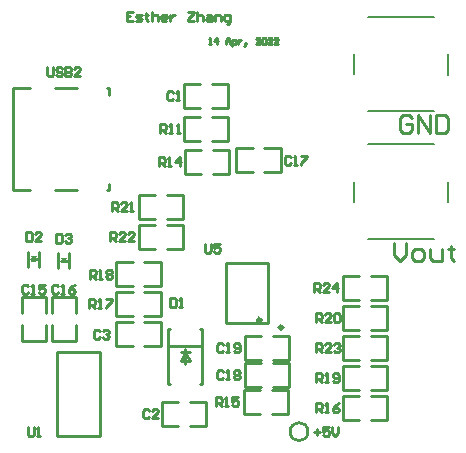
<source format=gto>
G04*
G04 #@! TF.GenerationSoftware,Altium Limited,Altium Designer,22.0.2 (36)*
G04*
G04 Layer_Color=65535*
%FSLAX25Y25*%
%MOIN*%
G70*
G04*
G04 #@! TF.SameCoordinates,6254A404-E27F-44A1-9D7E-EC7B5FB13BA1*
G04*
G04*
G04 #@! TF.FilePolarity,Positive*
G04*
G01*
G75*
%ADD10C,0.01181*%
%ADD11C,0.01000*%
%ADD12C,0.00787*%
G36*
X7500Y62500D02*
X8600Y61600D01*
X6400D01*
X7500Y62500D01*
X6400Y63400D01*
X8600D01*
X7500Y62500D01*
D02*
G37*
G36*
X17500Y62047D02*
X18600Y61147D01*
X16400D01*
X17500Y62047D01*
X16400Y62947D01*
X18600D01*
X17500Y62047D01*
D02*
G37*
D10*
X90592Y39808D02*
G03*
X90592Y39808I-591J0D01*
G01*
X83321Y42263D02*
G03*
X83321Y42263I-591J0D01*
G01*
D11*
X99000Y5000D02*
G03*
X99000Y5000I-3000J0D01*
G01*
X15532Y59488D02*
Y64606D01*
X19469Y59488D02*
Y64606D01*
X16600Y62047D02*
X18500D01*
X32001Y119492D02*
X32529D01*
X14560D02*
X21913D01*
X529Y85492D02*
X6440D01*
X529D02*
Y119492D01*
X6440D01*
X14560Y85492D02*
X21913D01*
X32529D02*
Y87724D01*
X32001Y85492D02*
X32529D01*
Y117280D02*
Y119492D01*
X84469Y91500D02*
X89900D01*
X84469Y99500D02*
X89900D01*
Y91563D02*
Y99437D01*
X75150Y91563D02*
Y99437D01*
X75200Y91500D02*
X80532D01*
X75200Y99500D02*
X80532D01*
X119969Y49000D02*
X125400D01*
X119969Y57000D02*
X125400D01*
Y49063D02*
Y56937D01*
X110650Y49063D02*
Y56937D01*
X110700Y49000D02*
X116032D01*
X110700Y57000D02*
X116032D01*
X119969Y29000D02*
X125400D01*
X119969Y37000D02*
X125400D01*
Y29063D02*
Y36937D01*
X110650Y29063D02*
Y36937D01*
X110700Y29000D02*
X116032D01*
X110700Y37000D02*
X116032D01*
X110650Y17000D02*
X116082D01*
X110650Y9000D02*
X116082D01*
X110650Y9063D02*
Y16937D01*
X125400Y9063D02*
Y16937D01*
X120019Y17000D02*
X125350D01*
X120019Y9000D02*
X125350D01*
X110650Y47000D02*
X116082D01*
X110650Y39000D02*
X116082D01*
X110650Y39063D02*
Y46937D01*
X125400Y39063D02*
Y46937D01*
X120019Y47000D02*
X125350D01*
X120019Y39000D02*
X125350D01*
X110600Y27000D02*
X116032D01*
X110600Y19000D02*
X116032D01*
X110600Y19063D02*
Y26937D01*
X125350Y19063D02*
Y26937D01*
X119969Y27000D02*
X125300D01*
X119969Y19000D02*
X125300D01*
X86969Y11000D02*
X92400D01*
X86969Y19000D02*
X92400D01*
Y11063D02*
Y18937D01*
X77650Y11063D02*
Y18937D01*
X77700Y11000D02*
X83032D01*
X77700Y19000D02*
X83032D01*
X87178Y29000D02*
X92610D01*
X87178Y37000D02*
X92610D01*
Y29063D02*
Y36937D01*
X77860Y29063D02*
Y36937D01*
X77910Y29000D02*
X83241D01*
X77910Y37000D02*
X83241D01*
X71743Y41078D02*
X85692D01*
X71743D02*
Y61363D01*
X85692D01*
Y41078D02*
Y61363D01*
X77860Y28000D02*
X83291D01*
X77860Y20000D02*
X83291D01*
X77860Y20063D02*
Y27937D01*
X92610Y20063D02*
Y27937D01*
X87228Y28000D02*
X92560D01*
X87228Y20000D02*
X92560D01*
X57600Y121000D02*
X63032D01*
X57600Y113000D02*
X63032D01*
X57600Y113063D02*
Y120937D01*
X72350Y113063D02*
Y120937D01*
X66969Y121000D02*
X72300D01*
X66969Y113000D02*
X72300D01*
X67209Y91000D02*
X72640D01*
X67209Y99000D02*
X72640D01*
Y91063D02*
Y98937D01*
X57890Y91063D02*
Y98937D01*
X57940Y91000D02*
X63272D01*
X57940Y99000D02*
X63272D01*
X59709Y7000D02*
X65140D01*
X59709Y15000D02*
X65140D01*
Y7063D02*
Y14937D01*
X50390Y7063D02*
Y14937D01*
X50440Y7000D02*
X55772D01*
X50440Y15000D02*
X55772D01*
X51969Y76000D02*
X57400D01*
X51969Y84000D02*
X57400D01*
Y76063D02*
Y83937D01*
X42650Y76063D02*
Y83937D01*
X42700Y76000D02*
X48032D01*
X42700Y84000D02*
X48032D01*
X51969Y66000D02*
X57400D01*
X51969Y74000D02*
X57400D01*
Y66063D02*
Y73937D01*
X42650Y66063D02*
Y73937D01*
X42700Y66000D02*
X48032D01*
X42700Y74000D02*
X48032D01*
X6600Y62500D02*
X8500D01*
X9469Y59941D02*
Y65059D01*
X5532Y59941D02*
Y65059D01*
X3500Y35100D02*
Y40532D01*
X11500Y35100D02*
Y40532D01*
X3563Y35100D02*
X11437D01*
X3563Y49850D02*
X11437D01*
X3500Y44469D02*
Y49800D01*
X11500Y44469D02*
Y49800D01*
X13500Y35100D02*
Y40532D01*
X21500Y35100D02*
Y40532D01*
X13563Y35100D02*
X21437D01*
X13563Y49850D02*
X21437D01*
X13500Y44469D02*
Y49800D01*
X21500Y44469D02*
Y49800D01*
X15413Y3524D02*
X29587D01*
X15413Y31476D02*
X29587D01*
Y3524D02*
Y31476D01*
X15413Y3524D02*
Y31476D01*
X35100Y41500D02*
X40532D01*
X35100Y33500D02*
X40532D01*
X35100Y33563D02*
Y41437D01*
X49850Y33563D02*
Y41437D01*
X44469Y41500D02*
X49800D01*
X44469Y33500D02*
X49800D01*
X44469Y53500D02*
X49900D01*
X44469Y61500D02*
X49900D01*
Y53563D02*
Y61437D01*
X35150Y53563D02*
Y61437D01*
X35200Y53500D02*
X40532D01*
X35200Y61500D02*
X40532D01*
X44469Y43500D02*
X49900D01*
X44469Y51500D02*
X49900D01*
Y43563D02*
Y51437D01*
X35150Y43563D02*
Y51437D01*
X35200Y43500D02*
X40532D01*
X35200Y51500D02*
X40532D01*
X57600Y110000D02*
X63032D01*
X57600Y102000D02*
X63032D01*
X57600Y102063D02*
Y109937D01*
X72350Y102063D02*
Y109937D01*
X66969Y110000D02*
X72300D01*
X66969Y102000D02*
X72300D01*
X58000Y27555D02*
Y32555D01*
Y31555D02*
X59500Y28555D01*
X56500Y31555D02*
X58000D01*
X56500Y28555D02*
X58000Y31555D01*
X56500Y28555D02*
X58000D01*
Y31555D02*
X59500D01*
X58000Y28555D02*
X59500D01*
X52488Y33555D02*
X63512D01*
Y21000D02*
Y39110D01*
X52488Y21000D02*
X52488Y39110D01*
X62847D02*
X63512D01*
X52488D02*
X53153D01*
X62847Y21000D02*
X63512D01*
X52488D02*
X53153D01*
X127503Y67999D02*
Y64000D01*
X129503Y62001D01*
X131502Y64000D01*
Y67999D01*
X134501Y62001D02*
X136500D01*
X137500Y63001D01*
Y65000D01*
X136500Y66000D01*
X134501D01*
X133501Y65000D01*
Y63001D01*
X134501Y62001D01*
X139499Y66000D02*
Y63001D01*
X140499Y62001D01*
X143498D01*
Y66000D01*
X146497Y66999D02*
Y66000D01*
X145497D01*
X147497D01*
X146497D01*
Y63001D01*
X147497Y62001D01*
X133501Y109499D02*
X132502Y110499D01*
X130502D01*
X129503Y109499D01*
Y105501D01*
X130502Y104501D01*
X132502D01*
X133501Y105501D01*
Y107500D01*
X131502D01*
X135501Y104501D02*
Y110499D01*
X139499Y104501D01*
Y110499D01*
X141499D02*
Y104501D01*
X144498D01*
X145497Y105501D01*
Y109499D01*
X144498Y110499D01*
X141499D01*
X15001Y71047D02*
Y68047D01*
X16500D01*
X17000Y68547D01*
Y70547D01*
X16500Y71047D01*
X15001D01*
X18000Y70547D02*
X18500Y71047D01*
X19499D01*
X19999Y70547D01*
Y70047D01*
X19499Y69547D01*
X19000D01*
X19499D01*
X19999Y69047D01*
Y68547D01*
X19499Y68047D01*
X18500D01*
X18000Y68547D01*
X66000Y134167D02*
X66666D01*
X66333D01*
Y136166D01*
X66000Y135833D01*
X68666Y134167D02*
Y136166D01*
X67666Y135166D01*
X68999D01*
X71665Y134167D02*
Y135499D01*
X72331Y136166D01*
X72998Y135499D01*
Y134167D01*
Y135166D01*
X71665D01*
X73664Y133500D02*
Y135499D01*
X74664D01*
X74997Y135166D01*
Y134500D01*
X74664Y134167D01*
X73664D01*
X75664Y135499D02*
Y134167D01*
Y134833D01*
X75997Y135166D01*
X76330Y135499D01*
X76663D01*
X77996Y133833D02*
X78329Y134167D01*
Y134500D01*
X77996D01*
Y134167D01*
X78329D01*
X77996Y133833D01*
X77663Y133500D01*
X82995Y134167D02*
X81662D01*
X82995Y135499D01*
Y135833D01*
X82661Y136166D01*
X81995D01*
X81662Y135833D01*
X83661D02*
X83994Y136166D01*
X84661D01*
X84994Y135833D01*
Y134500D01*
X84661Y134167D01*
X83994D01*
X83661Y134500D01*
Y135833D01*
X86993Y134167D02*
X85660D01*
X86993Y135499D01*
Y135833D01*
X86660Y136166D01*
X85993D01*
X85660Y135833D01*
X88993Y134167D02*
X87660D01*
X88993Y135499D01*
Y135833D01*
X88659Y136166D01*
X87993D01*
X87660Y135833D01*
X40499Y144999D02*
X38500D01*
Y142000D01*
X40499D01*
X38500Y143499D02*
X39500D01*
X41499Y142000D02*
X42999D01*
X43498Y142499D01*
X42999Y142999D01*
X41999D01*
X41499Y143499D01*
X41999Y143999D01*
X43498D01*
X44998Y144499D02*
Y143999D01*
X44498D01*
X45498D01*
X44998D01*
Y142499D01*
X45498Y142000D01*
X46997Y144999D02*
Y142000D01*
Y143499D01*
X47497Y143999D01*
X48497D01*
X48997Y143499D01*
Y142000D01*
X51496D02*
X50496D01*
X49996Y142499D01*
Y143499D01*
X50496Y143999D01*
X51496D01*
X51996Y143499D01*
Y142999D01*
X49996D01*
X52995Y143999D02*
Y142000D01*
Y142999D01*
X53495Y143499D01*
X53995Y143999D01*
X54495D01*
X58993Y144999D02*
X60993D01*
Y144499D01*
X58993Y142499D01*
Y142000D01*
X60993D01*
X61992Y144999D02*
Y142000D01*
Y143499D01*
X62492Y143999D01*
X63492D01*
X63992Y143499D01*
Y142000D01*
X65491Y143999D02*
X66491D01*
X66991Y143499D01*
Y142000D01*
X65491D01*
X64991Y142499D01*
X65491Y142999D01*
X66991D01*
X67990Y142000D02*
Y143999D01*
X69490D01*
X69990Y143499D01*
Y142000D01*
X71989Y141000D02*
X72489D01*
X72989Y141500D01*
Y143999D01*
X71489D01*
X70990Y143499D01*
Y142499D01*
X71489Y142000D01*
X72989D01*
X12031Y126491D02*
Y123992D01*
X12531Y123493D01*
X13531D01*
X14030Y123992D01*
Y126491D01*
X17030Y125992D02*
X16530Y126491D01*
X15530D01*
X15030Y125992D01*
Y125492D01*
X15530Y124992D01*
X16530D01*
X17030Y124492D01*
Y123992D01*
X16530Y123493D01*
X15530D01*
X15030Y123992D01*
X18029Y126491D02*
Y123493D01*
X19529D01*
X20029Y123992D01*
Y124492D01*
X19529Y124992D01*
X18029D01*
X19529D01*
X20029Y125492D01*
Y125992D01*
X19529Y126491D01*
X18029D01*
X23028Y123493D02*
X21028D01*
X23028Y125492D01*
Y125992D01*
X22528Y126491D01*
X21528D01*
X21028Y125992D01*
X64600Y67699D02*
Y65200D01*
X65100Y64700D01*
X66100D01*
X66599Y65200D01*
Y67699D01*
X69598D02*
X67599D01*
Y66199D01*
X68599Y66699D01*
X69099D01*
X69598Y66199D01*
Y65200D01*
X69099Y64700D01*
X68099D01*
X67599Y65200D01*
X5501Y6499D02*
Y4000D01*
X6001Y3500D01*
X7000D01*
X7500Y4000D01*
Y6499D01*
X8500Y3500D02*
X9499D01*
X8999D01*
Y6499D01*
X8500Y6000D01*
X101001Y5000D02*
X103001D01*
X102001Y6000D02*
Y4000D01*
X106000Y6499D02*
X104000D01*
Y5000D01*
X105000Y5500D01*
X105500D01*
X106000Y5000D01*
Y4000D01*
X105500Y3500D01*
X104500D01*
X104000Y4000D01*
X106999Y6499D02*
Y4500D01*
X107999Y3500D01*
X108999Y4500D01*
Y6499D01*
X101001Y51500D02*
Y54500D01*
X102501D01*
X103001Y54000D01*
Y53000D01*
X102501Y52500D01*
X101001D01*
X102001D02*
X103001Y51500D01*
X106000D02*
X104000D01*
X106000Y53500D01*
Y54000D01*
X105500Y54500D01*
X104500D01*
X104000Y54000D01*
X108499Y51500D02*
Y54500D01*
X106999Y53000D01*
X108999D01*
X101501Y31501D02*
Y34499D01*
X103001D01*
X103501Y34000D01*
Y33000D01*
X103001Y32500D01*
X101501D01*
X102501D02*
X103501Y31501D01*
X106500D02*
X104500D01*
X106500Y33500D01*
Y34000D01*
X106000Y34499D01*
X105000D01*
X104500Y34000D01*
X107499D02*
X107999Y34499D01*
X108999D01*
X109499Y34000D01*
Y33500D01*
X108999Y33000D01*
X108499D01*
X108999D01*
X109499Y32500D01*
Y32000D01*
X108999Y31501D01*
X107999D01*
X107499Y32000D01*
X33001Y68501D02*
Y71500D01*
X34501D01*
X35001Y71000D01*
Y70000D01*
X34501Y69500D01*
X33001D01*
X34001D02*
X35001Y68501D01*
X38000D02*
X36000D01*
X38000Y70500D01*
Y71000D01*
X37500Y71500D01*
X36500D01*
X36000Y71000D01*
X40999Y68501D02*
X38999D01*
X40999Y70500D01*
Y71000D01*
X40499Y71500D01*
X39499D01*
X38999Y71000D01*
X33501Y78500D02*
Y81499D01*
X35001D01*
X35500Y81000D01*
Y80000D01*
X35001Y79500D01*
X33501D01*
X34501D02*
X35500Y78500D01*
X38500D02*
X36500D01*
X38500Y80500D01*
Y81000D01*
X38000Y81499D01*
X37000D01*
X36500Y81000D01*
X39499Y78500D02*
X40499D01*
X39999D01*
Y81499D01*
X39499Y81000D01*
X101551Y41500D02*
Y44499D01*
X103051D01*
X103551Y44000D01*
Y43000D01*
X103051Y42500D01*
X101551D01*
X102551D02*
X103551Y41500D01*
X106550D02*
X104550D01*
X106550Y43500D01*
Y44000D01*
X106050Y44499D01*
X105050D01*
X104550Y44000D01*
X107549D02*
X108049Y44499D01*
X109049D01*
X109549Y44000D01*
Y42000D01*
X109049Y41500D01*
X108049D01*
X107549Y42000D01*
Y44000D01*
X101751Y21500D02*
Y24499D01*
X103251D01*
X103751Y24000D01*
Y23000D01*
X103251Y22500D01*
X101751D01*
X102751D02*
X103751Y21500D01*
X104750D02*
X105750D01*
X105250D01*
Y24499D01*
X104750Y24000D01*
X107249Y22000D02*
X107749Y21500D01*
X108749D01*
X109249Y22000D01*
Y24000D01*
X108749Y24499D01*
X107749D01*
X107249Y24000D01*
Y23500D01*
X107749Y23000D01*
X109249D01*
X26251Y56001D02*
Y59000D01*
X27751D01*
X28251Y58500D01*
Y57500D01*
X27751Y57000D01*
X26251D01*
X27251D02*
X28251Y56001D01*
X29250D02*
X30250D01*
X29750D01*
Y59000D01*
X29250Y58500D01*
X31749D02*
X32249Y59000D01*
X33249D01*
X33749Y58500D01*
Y58000D01*
X33249Y57500D01*
X33749Y57000D01*
Y56500D01*
X33249Y56001D01*
X32249D01*
X31749Y56500D01*
Y57000D01*
X32249Y57500D01*
X31749Y58000D01*
Y58500D01*
X32249Y57500D02*
X33249D01*
X26051Y46200D02*
Y49200D01*
X27551D01*
X28051Y48700D01*
Y47700D01*
X27551Y47200D01*
X26051D01*
X27051D02*
X28051Y46200D01*
X29050D02*
X30050D01*
X29550D01*
Y49200D01*
X29050Y48700D01*
X31549Y49200D02*
X33549D01*
Y48700D01*
X31549Y46700D01*
Y46200D01*
X101751Y11501D02*
Y14500D01*
X103251D01*
X103751Y14000D01*
Y13000D01*
X103251Y12500D01*
X101751D01*
X102751D02*
X103751Y11501D01*
X104750D02*
X105750D01*
X105250D01*
Y14500D01*
X104750Y14000D01*
X109249Y14500D02*
X108249Y14000D01*
X107249Y13000D01*
Y12000D01*
X107749Y11501D01*
X108749D01*
X109249Y12000D01*
Y12500D01*
X108749Y13000D01*
X107249D01*
X68251Y13500D02*
Y16499D01*
X69751D01*
X70251Y16000D01*
Y15000D01*
X69751Y14500D01*
X68251D01*
X69251D02*
X70251Y13500D01*
X71250D02*
X72250D01*
X71750D01*
Y16499D01*
X71250Y16000D01*
X75749Y16499D02*
X73749D01*
Y15000D01*
X74749Y15500D01*
X75249D01*
X75749Y15000D01*
Y14000D01*
X75249Y13500D01*
X74249D01*
X73749Y14000D01*
X49251Y93501D02*
Y96500D01*
X50751D01*
X51251Y96000D01*
Y95000D01*
X50751Y94500D01*
X49251D01*
X50251D02*
X51251Y93501D01*
X52250D02*
X53250D01*
X52750D01*
Y96500D01*
X52250Y96000D01*
X56249Y93501D02*
Y96500D01*
X54749Y95000D01*
X56749D01*
X49751Y104500D02*
Y107500D01*
X51251D01*
X51750Y107000D01*
Y106000D01*
X51251Y105500D01*
X49751D01*
X50751D02*
X51750Y104500D01*
X52750D02*
X53750D01*
X53250D01*
Y107500D01*
X52750Y107000D01*
X55249Y104500D02*
X56249D01*
X55749D01*
Y107500D01*
X55249Y107000D01*
X5001Y71500D02*
Y68501D01*
X6500D01*
X7000Y69000D01*
Y71000D01*
X6500Y71500D01*
X5001D01*
X9999Y68501D02*
X8000D01*
X9999Y70500D01*
Y71000D01*
X9499Y71500D01*
X8500D01*
X8000Y71000D01*
X53000Y49399D02*
Y46400D01*
X54500D01*
X54999Y46900D01*
Y48899D01*
X54500Y49399D01*
X53000D01*
X55999Y46400D02*
X56999D01*
X56499D01*
Y49399D01*
X55999Y48899D01*
X70751Y34000D02*
X70251Y34499D01*
X69251D01*
X68751Y34000D01*
Y32000D01*
X69251Y31501D01*
X70251D01*
X70751Y32000D01*
X71750Y31501D02*
X72750D01*
X72250D01*
Y34499D01*
X71750Y34000D01*
X74249Y32000D02*
X74749Y31501D01*
X75749D01*
X76249Y32000D01*
Y34000D01*
X75749Y34499D01*
X74749D01*
X74249Y34000D01*
Y33500D01*
X74749Y33000D01*
X76249D01*
X70751Y25000D02*
X70251Y25499D01*
X69251D01*
X68751Y25000D01*
Y23000D01*
X69251Y22501D01*
X70251D01*
X70751Y23000D01*
X71750Y22501D02*
X72750D01*
X72250D01*
Y25499D01*
X71750Y25000D01*
X74249D02*
X74749Y25499D01*
X75749D01*
X76249Y25000D01*
Y24500D01*
X75749Y24000D01*
X76249Y23500D01*
Y23000D01*
X75749Y22501D01*
X74749D01*
X74249Y23000D01*
Y23500D01*
X74749Y24000D01*
X74249Y24500D01*
Y25000D01*
X74749Y24000D02*
X75749D01*
X93251Y96500D02*
X92751Y97000D01*
X91751D01*
X91251Y96500D01*
Y94500D01*
X91751Y94001D01*
X92751D01*
X93251Y94500D01*
X94250Y94001D02*
X95250D01*
X94750D01*
Y97000D01*
X94250Y96500D01*
X96749Y97000D02*
X98749D01*
Y96500D01*
X96749Y94500D01*
Y94001D01*
X15751Y53500D02*
X15251Y54000D01*
X14251D01*
X13751Y53500D01*
Y51500D01*
X14251Y51000D01*
X15251D01*
X15751Y51500D01*
X16750Y51000D02*
X17750D01*
X17250D01*
Y54000D01*
X16750Y53500D01*
X21249Y54000D02*
X20249Y53500D01*
X19249Y52500D01*
Y51500D01*
X19749Y51000D01*
X20749D01*
X21249Y51500D01*
Y52000D01*
X20749Y52500D01*
X19249D01*
X5751Y53500D02*
X5251Y54000D01*
X4251D01*
X3751Y53500D01*
Y51500D01*
X4251Y51000D01*
X5251D01*
X5751Y51500D01*
X6750Y51000D02*
X7750D01*
X7250D01*
Y54000D01*
X6750Y53500D01*
X11249Y54000D02*
X9249D01*
Y52500D01*
X10249Y53000D01*
X10749D01*
X11249Y52500D01*
Y51500D01*
X10749Y51000D01*
X9749D01*
X9249Y51500D01*
X29500Y38500D02*
X29000Y39000D01*
X28001D01*
X27501Y38500D01*
Y36500D01*
X28001Y36000D01*
X29000D01*
X29500Y36500D01*
X30500Y38500D02*
X31000Y39000D01*
X31999D01*
X32499Y38500D01*
Y38000D01*
X31999Y37500D01*
X31499D01*
X31999D01*
X32499Y37000D01*
Y36500D01*
X31999Y36000D01*
X31000D01*
X30500Y36500D01*
X46000Y12000D02*
X45500Y12500D01*
X44501D01*
X44001Y12000D01*
Y10000D01*
X44501Y9500D01*
X45500D01*
X46000Y10000D01*
X48999Y9500D02*
X47000D01*
X48999Y11500D01*
Y12000D01*
X48499Y12500D01*
X47500D01*
X47000Y12000D01*
X54000Y118000D02*
X53500Y118500D01*
X52500D01*
X52001Y118000D01*
Y116000D01*
X52500Y115500D01*
X53500D01*
X54000Y116000D01*
X55000Y115500D02*
X55999D01*
X55500D01*
Y118500D01*
X55000Y118000D01*
D12*
X118976Y69252D02*
X141024Y69252D01*
X114252Y81653D02*
Y88346D01*
X118976Y100748D02*
X141024D01*
X145748Y81555D02*
Y88346D01*
X118976Y111752D02*
X141024Y111752D01*
X114252Y124153D02*
Y130847D01*
X118976Y143248D02*
X141024D01*
X145748Y124055D02*
Y130847D01*
M02*

</source>
